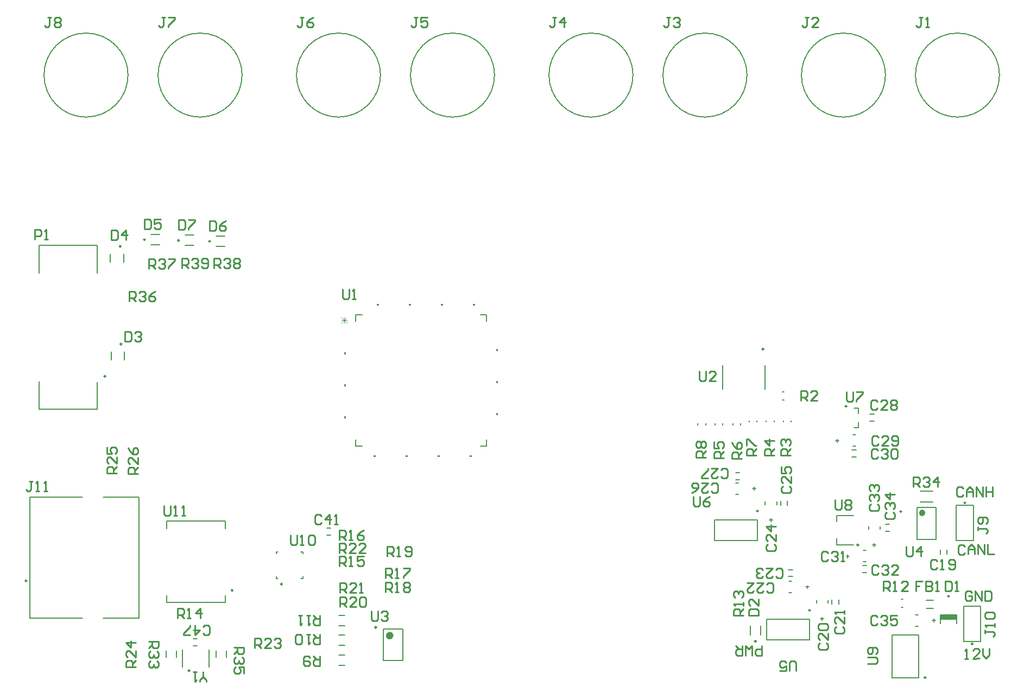
<source format=gto>
G04*
G04 #@! TF.GenerationSoftware,Altium Limited,Altium Designer,24.1.2 (44)*
G04*
G04 Layer_Color=65535*
%FSLAX44Y44*%
%MOMM*%
G71*
G04*
G04 #@! TF.SameCoordinates,0A8073CA-4D69-4BD4-B8E1-8B9189CEBFBB*
G04*
G04*
G04 #@! TF.FilePolarity,Positive*
G04*
G01*
G75*
%ADD10C,0.2500*%
%ADD11C,0.6000*%
%ADD12C,0.1500*%
%ADD13C,0.5000*%
%ADD14C,0.2000*%
%ADD15C,0.1524*%
%ADD16C,0.0762*%
%ADD17C,0.2540*%
%ADD18R,2.6000X0.7778*%
G36*
X757336Y670655D02*
X754796D01*
Y666844D01*
X757336D01*
Y670655D01*
D02*
G37*
G36*
X803835Y609156D02*
X800025D01*
Y606615D01*
X803835D01*
Y609156D01*
D02*
G37*
G36*
X853835D02*
X850025D01*
Y606615D01*
X853835D01*
Y609156D01*
D02*
G37*
G36*
X757336Y720655D02*
X754796D01*
Y716844D01*
X757336D01*
Y720655D01*
D02*
G37*
G36*
Y770655D02*
X754796D01*
Y766844D01*
X757336D01*
Y770655D01*
D02*
G37*
G36*
X808835Y843344D02*
X805025D01*
Y845883D01*
X808835D01*
Y843344D01*
D02*
G37*
G36*
X858835D02*
X855025D01*
Y845883D01*
X858835D01*
Y843344D01*
D02*
G37*
G36*
X903835Y609156D02*
X900025D01*
Y606615D01*
X903835D01*
Y609156D01*
D02*
G37*
G36*
X953835D02*
X950025D01*
Y606615D01*
X953835D01*
Y609156D01*
D02*
G37*
G36*
X991524Y675655D02*
X994064D01*
Y671844D01*
X991524D01*
Y675655D01*
D02*
G37*
G36*
Y725655D02*
X994064D01*
Y721844D01*
X991524D01*
Y725655D01*
D02*
G37*
G36*
X908835Y843344D02*
X905025D01*
Y845883D01*
X908835D01*
Y843344D01*
D02*
G37*
G36*
X958835D02*
X955025D01*
Y845883D01*
X958835D01*
Y843344D01*
D02*
G37*
G36*
X991524Y775655D02*
X994064D01*
Y771844D01*
X991524D01*
Y775655D01*
D02*
G37*
D10*
X407570Y783040D02*
G03*
X407570Y783040I-1250J0D01*
G01*
X406300Y935440D02*
G03*
X406300Y935440I-1250J0D01*
G01*
X1400000Y522760D02*
G03*
X1400000Y522760I-1250J0D01*
G01*
X658040Y408650D02*
G03*
X658040Y408650I-1250J0D01*
G01*
X580790Y398780D02*
G03*
X580790Y398780I-1250J0D01*
G01*
X804830Y341240D02*
G03*
X804830Y341240I-1250J0D01*
G01*
X1408450Y775270D02*
G03*
X1408450Y775270I-1250J0D01*
G01*
X382350Y732790D02*
G03*
X382350Y732790I-1250J0D01*
G01*
X1734800Y315460D02*
G03*
X1734800Y315460I-1250J0D01*
G01*
X1538110Y686020D02*
G03*
X1538110Y686020I-1250J0D01*
G01*
X1396980Y319550D02*
G03*
X1396980Y319550I-1250J0D01*
G01*
X1481280Y367820D02*
G03*
X1481280Y367820I-1250J0D01*
G01*
X1661410Y262910D02*
G03*
X1661410Y262910I-1250J0D01*
G01*
X1697970Y389830D02*
G03*
X1697970Y389830I-1250J0D01*
G01*
X1723370Y535440D02*
G03*
X1723370Y535440I-1250J0D01*
G01*
X1623430Y521970D02*
G03*
X1623430Y521970I-1250J0D01*
G01*
X513650Y273480D02*
G03*
X513650Y273480I-1250J0D01*
G01*
X259450Y413780D02*
G03*
X259450Y413780I-1250J0D01*
G01*
X545590Y943610D02*
G03*
X545590Y943610I-1250J0D01*
G01*
X497330Y944880D02*
G03*
X497330Y944880I-1250J0D01*
G01*
X444110Y946150D02*
G03*
X444110Y946150I-1250J0D01*
G01*
X1556515Y469760D02*
G03*
X1556515Y469760I-1250J0D01*
G01*
D11*
X828330Y328190D02*
G03*
X828330Y328190I-3000J0D01*
G01*
D12*
X988820Y1202690D02*
G03*
X988820Y1202690I-65529J0D01*
G01*
X1776219D02*
G03*
X1776219Y1202690I-65529J0D01*
G01*
X1598419D02*
G03*
X1598419Y1202690I-65529J0D01*
G01*
X1382520D02*
G03*
X1382520Y1202690I-65529J0D01*
G01*
X1204719D02*
G03*
X1204719Y1202690I-65529J0D01*
G01*
X811020D02*
G03*
X811020Y1202690I-65529J0D01*
G01*
X595120D02*
G03*
X595120Y1202690I-65529J0D01*
G01*
X417319D02*
G03*
X417319Y1202690I-65529J0D01*
G01*
D13*
X1658180Y519670D02*
G03*
X1658180Y519670I-2500J0D01*
G01*
D14*
X411570Y758040D02*
Y771040D01*
X391070Y758040D02*
Y771040D01*
X410300Y910440D02*
Y923440D01*
X389800Y910440D02*
Y923440D01*
X1331750Y476760D02*
Y508760D01*
X1398750Y476760D02*
Y508760D01*
X1331750Y476760D02*
X1398750D01*
X1331750Y508760D02*
X1398750D01*
X727265Y484820D02*
X733565D01*
X727265Y495620D02*
X733565D01*
X648790Y417650D02*
Y420400D01*
Y455900D02*
Y458650D01*
X687040D02*
X689790D01*
X648790D02*
X651540D01*
X689790Y417650D02*
Y420400D01*
Y455900D02*
Y458650D01*
X687040Y417650D02*
X689790D01*
X648790D02*
X651540D01*
X477790Y506730D02*
X568690D01*
X477790Y495480D02*
Y506730D01*
X568690Y495480D02*
Y506730D01*
Y379730D02*
Y390980D01*
X477790Y379730D02*
Y390980D01*
Y379730D02*
X568690D01*
X745560Y281560D02*
X755560D01*
X745560Y297560D02*
X755560D01*
X745580Y343790D02*
X755580D01*
X745580Y359790D02*
X755580D01*
X815330Y289190D02*
X845830D01*
X815330Y338190D02*
X845830D01*
Y289190D02*
Y338190D01*
X815330Y289190D02*
Y338190D01*
X1344950Y713020D02*
Y750020D01*
X1410950Y713020D02*
Y750020D01*
X368850Y681090D02*
Y723890D01*
X278850Y681090D02*
Y724390D01*
Y681090D02*
X368850D01*
X278850Y893590D02*
Y936890D01*
X368850Y893590D02*
Y936890D01*
X278850D02*
X368850D01*
X1720200Y319410D02*
X1746900D01*
Y374010D01*
X1720200D02*
X1746900D01*
X1720200Y319410D02*
Y374010D01*
X1683700Y455485D02*
Y461785D01*
X1694500Y455485D02*
Y461785D01*
X1598320Y491170D02*
X1604620D01*
X1598320Y501970D02*
X1604620D01*
X1578650Y469770D02*
X1583650D01*
X1581150Y467270D02*
Y472270D01*
X1572150Y494020D02*
Y498520D01*
X1590150Y494020D02*
Y498520D01*
X1539710Y449620D02*
Y454620D01*
X1537210Y452120D02*
X1542210D01*
X1563960Y461120D02*
X1568460D01*
X1563960Y443120D02*
X1568460D01*
X1562925Y426400D02*
X1569225D01*
X1562925Y437200D02*
X1569225D01*
X1546415Y606740D02*
X1552715D01*
X1546415Y617540D02*
X1552715D01*
X1523200Y629960D02*
Y634960D01*
X1520700Y632460D02*
X1525700D01*
X1547450Y641460D02*
X1551950D01*
X1547450Y623460D02*
X1551950D01*
X1555860Y652520D02*
Y661020D01*
X1549860Y652520D02*
X1555860D01*
Y675020D02*
Y683520D01*
X1549860D02*
X1555860D01*
X1574190Y662620D02*
X1580490D01*
X1574190Y673420D02*
X1580490D01*
X1393320Y555030D02*
Y560030D01*
X1390820Y557530D02*
X1395820D01*
X1364570Y548530D02*
X1369070D01*
X1364570Y566530D02*
X1369070D01*
X1364640Y581980D02*
X1370940D01*
X1364640Y571180D02*
X1370940D01*
X1445580Y531685D02*
Y537985D01*
X1434780Y531685D02*
Y537985D01*
X1417360Y508470D02*
X1422360D01*
X1419860Y505970D02*
Y510970D01*
X1410860Y532720D02*
Y537220D01*
X1428860Y532720D02*
Y537220D01*
X1447190Y431120D02*
X1453490D01*
X1447190Y420320D02*
X1453490D01*
X1476540Y401630D02*
Y406630D01*
X1474040Y404130D02*
X1479040D01*
X1447790Y395130D02*
X1452290D01*
X1447790Y413130D02*
X1452290D01*
X1403730Y329550D02*
Y343550D01*
X1387730Y329550D02*
Y343550D01*
X1525590Y377850D02*
Y384150D01*
X1514790Y377850D02*
Y384150D01*
X1497370Y354800D02*
X1502370D01*
X1499870Y352300D02*
Y357300D01*
X1490870Y379050D02*
Y383550D01*
X1508870Y379050D02*
Y383550D01*
X1413030Y353820D02*
X1480030D01*
X1413030Y321820D02*
X1480030D01*
Y353820D01*
X1413030Y321820D02*
Y353820D01*
X1645240Y360790D02*
X1649740D01*
X1645240Y342790D02*
X1649740D01*
X1671490Y351790D02*
X1676490D01*
X1673990Y349290D02*
Y354290D01*
X1608910Y329410D02*
X1649910D01*
X1608910Y262410D02*
X1649910D01*
X1608910D02*
Y329410D01*
X1649910Y262410D02*
Y329410D01*
X1683720Y346980D02*
Y360330D01*
X1709720D01*
Y346980D02*
Y360330D01*
X1623490Y372210D02*
X1625490D01*
X1623490Y384710D02*
X1625490D01*
X1662260Y383440D02*
X1672760D01*
X1662260Y370940D02*
X1672760D01*
X1438070Y708560D02*
X1440070D01*
X1438070Y696060D02*
X1440070D01*
X1305660Y657020D02*
Y659020D01*
X1318160Y657020D02*
Y659020D01*
X1385670Y661780D02*
Y663780D01*
X1398170Y661780D02*
Y663780D01*
X1360270Y657020D02*
Y659020D01*
X1372770Y657020D02*
Y659020D01*
X1332330Y657020D02*
Y659020D01*
X1344830Y657020D02*
Y659020D01*
X1412340Y661780D02*
Y663780D01*
X1424840Y661780D02*
Y663780D01*
X1439010Y661780D02*
Y663780D01*
X1451510Y661780D02*
Y663780D01*
X745580Y329310D02*
X755580D01*
X745580Y313310D02*
X755580D01*
X1708770Y531490D02*
X1735470D01*
X1708770Y476890D02*
Y531490D01*
Y476890D02*
X1735470D01*
Y531490D01*
X1652369Y553330D02*
X1672491D01*
X1652369Y536330D02*
X1672491D01*
X1647430Y477920D02*
Y527920D01*
Y477920D02*
X1677430D01*
Y527920D01*
X1647430D02*
X1677430D01*
X543650Y279230D02*
Y306230D01*
X502150Y279230D02*
Y306230D01*
X493140Y294730D02*
Y304730D01*
X477140Y294730D02*
Y304730D01*
X554610Y294730D02*
Y304730D01*
X570610Y294730D02*
Y304730D01*
X518985Y312100D02*
X525285D01*
X518985Y322900D02*
X525285D01*
X378200Y543930D02*
X434000D01*
X264500D02*
X346500D01*
X264500Y355230D02*
Y543930D01*
X378200Y355230D02*
X434000D01*
X264500D02*
X346500D01*
X434000D02*
Y543930D01*
X554340Y935610D02*
X568340D01*
X554340Y951610D02*
X568340D01*
X506080Y936880D02*
X520080D01*
X506080Y952880D02*
X520080D01*
X452860Y938150D02*
X466860D01*
X452860Y954150D02*
X466860D01*
X1522765Y505760D02*
Y515760D01*
X1548765D01*
X1522765Y469760D02*
Y479760D01*
Y469760D02*
X1548765D01*
D15*
X976665Y818474D02*
Y828484D01*
X966654Y624015D02*
X976665D01*
X772195D02*
Y634025D01*
Y818474D02*
Y828484D01*
X966654D02*
X976665D01*
Y624015D02*
Y634025D01*
X772195Y624015D02*
X782206D01*
X772195Y828484D02*
X782206D01*
D16*
X750351Y824289D02*
X758815Y815826D01*
X750351D02*
X758815Y824289D01*
X750351Y820057D02*
X758815D01*
X754583Y815826D02*
Y824289D01*
D17*
X1722080Y292139D02*
X1727158Y292219D01*
X1724619Y292179D01*
X1724381Y307412D01*
X1721882Y304834D01*
X1744930Y292496D02*
X1734774Y292338D01*
X1744771Y302652D01*
X1744731Y305191D01*
X1742153Y307690D01*
X1737075Y307611D01*
X1734576Y305032D01*
X1749770Y307809D02*
X1749928Y297654D01*
X1755085Y292655D01*
X1760084Y297812D01*
X1759925Y307968D01*
X1733307Y395162D02*
X1730729Y397662D01*
X1725651Y397582D01*
X1723152Y395004D01*
X1723310Y384848D01*
X1725889Y382349D01*
X1730967Y382428D01*
X1733466Y385007D01*
X1733387Y390085D01*
X1728309Y390005D01*
X1738583Y382547D02*
X1738345Y397781D01*
X1748739Y382706D01*
X1748501Y397939D01*
X1753578Y398019D02*
X1753816Y382785D01*
X1761433Y382904D01*
X1763932Y385483D01*
X1763774Y395638D01*
X1761195Y398138D01*
X1753578Y398019D01*
X1405890Y312420D02*
Y297185D01*
X1398273D01*
X1395733Y299724D01*
Y304802D01*
X1398273Y307342D01*
X1405890D01*
X1390655Y297185D02*
Y312420D01*
X1385577Y307342D01*
X1380498Y312420D01*
Y297185D01*
X1375420Y312420D02*
Y297185D01*
X1367802D01*
X1365263Y299724D01*
Y304802D01*
X1367802Y307342D01*
X1375420D01*
X1370341D02*
X1365263Y312420D01*
X1721877Y467552D02*
X1719299Y470052D01*
X1714221Y469972D01*
X1711722Y467394D01*
X1711880Y457238D01*
X1714459Y454739D01*
X1719537Y454818D01*
X1722036Y457397D01*
X1727153Y454937D02*
X1726995Y465093D01*
X1731993Y470250D01*
X1737150Y465252D01*
X1737309Y455096D01*
X1737190Y462713D01*
X1727034Y462554D01*
X1742386Y455175D02*
X1742148Y470409D01*
X1752542Y455334D01*
X1752304Y470567D01*
X1757382Y470647D02*
X1757620Y455413D01*
X1767775Y455572D01*
X1719577Y557526D02*
X1717038Y560065D01*
X1711959D01*
X1709420Y557526D01*
Y547369D01*
X1711959Y544830D01*
X1717038D01*
X1719577Y547369D01*
X1724655Y544830D02*
Y554987D01*
X1729733Y560065D01*
X1734812Y554987D01*
Y544830D01*
Y552448D01*
X1724655D01*
X1739890Y544830D02*
Y560065D01*
X1750047Y544830D01*
Y560065D01*
X1755125D02*
Y544830D01*
Y552448D01*
X1765282D01*
Y560065D01*
Y544830D01*
X752094Y868675D02*
Y855979D01*
X754633Y853440D01*
X759712D01*
X762251Y855979D01*
Y868675D01*
X767329Y853440D02*
X772407D01*
X769868D01*
Y868675D01*
X767329Y866136D01*
X1586233Y356868D02*
X1583694Y359408D01*
X1578616D01*
X1576077Y356868D01*
Y346712D01*
X1578616Y344173D01*
X1583694D01*
X1586233Y346712D01*
X1591312Y356868D02*
X1593851Y359408D01*
X1598929D01*
X1601468Y356868D01*
Y354329D01*
X1598929Y351790D01*
X1596390D01*
X1598929D01*
X1601468Y349251D01*
Y346712D01*
X1598929Y344173D01*
X1593851D01*
X1591312Y346712D01*
X1616703Y359408D02*
X1606547D01*
Y351790D01*
X1611625Y354329D01*
X1614164D01*
X1616703Y351790D01*
Y346712D01*
X1614164Y344173D01*
X1609086D01*
X1606547Y346712D01*
X1753872Y336553D02*
Y331474D01*
Y334014D01*
X1766568D01*
X1769108Y331474D01*
Y328935D01*
X1766568Y326396D01*
X1769108Y341631D02*
Y346710D01*
Y344170D01*
X1753872D01*
X1756412Y341631D01*
Y354327D02*
X1753872Y356866D01*
Y361945D01*
X1756412Y364484D01*
X1766568D01*
X1769108Y361945D01*
Y356866D01*
X1766568Y354327D01*
X1756412D01*
X539747Y256542D02*
Y259082D01*
X534668Y264160D01*
X529590Y259082D01*
Y256542D01*
X534668Y264160D02*
Y271777D01*
X524512D02*
X519433D01*
X521972D01*
Y256542D01*
X524512Y259082D01*
X473710Y530855D02*
Y518159D01*
X476249Y515620D01*
X481328D01*
X483867Y518159D01*
Y530855D01*
X488945Y515620D02*
X494023D01*
X491484D01*
Y530855D01*
X488945Y528316D01*
X501641Y515620D02*
X506719D01*
X504180D01*
Y530855D01*
X501641Y528316D01*
X670566Y485137D02*
Y472442D01*
X673105Y469902D01*
X678184D01*
X680723Y472442D01*
Y485137D01*
X685801Y469902D02*
X690880D01*
X688340D01*
Y485137D01*
X685801Y482598D01*
X698497D02*
X701036Y485137D01*
X706115D01*
X708654Y482598D01*
Y472442D01*
X706115Y469902D01*
X701036D01*
X698497Y472442D01*
Y482598D01*
X1570992Y284484D02*
X1583688D01*
X1586228Y287023D01*
Y292102D01*
X1583688Y294641D01*
X1570992D01*
X1583688Y299719D02*
X1586228Y302258D01*
Y307337D01*
X1583688Y309876D01*
X1573532D01*
X1570992Y307337D01*
Y302258D01*
X1573532Y299719D01*
X1576071D01*
X1578610Y302258D01*
Y309876D01*
X1519936Y539745D02*
Y527049D01*
X1522475Y524510D01*
X1527554D01*
X1530093Y527049D01*
Y539745D01*
X1535171Y537206D02*
X1537710Y539745D01*
X1542789D01*
X1545328Y537206D01*
Y534667D01*
X1542789Y532127D01*
X1545328Y529588D01*
Y527049D01*
X1542789Y524510D01*
X1537710D01*
X1535171Y527049D01*
Y529588D01*
X1537710Y532127D01*
X1535171Y534667D01*
Y537206D01*
X1537710Y532127D02*
X1542789D01*
X1537974Y708658D02*
Y695962D01*
X1540513Y693422D01*
X1545592D01*
X1548131Y695962D01*
Y708658D01*
X1553209D02*
X1563366D01*
Y706118D01*
X1553209Y695962D01*
Y693422D01*
X1299214Y544827D02*
Y532132D01*
X1301753Y529593D01*
X1306832D01*
X1309371Y532132D01*
Y544827D01*
X1324606D02*
X1319527Y542288D01*
X1314449Y537210D01*
Y532132D01*
X1316988Y529593D01*
X1322067D01*
X1324606Y532132D01*
Y534671D01*
X1322067Y537210D01*
X1314449D01*
X1459226Y273052D02*
Y285748D01*
X1456687Y288288D01*
X1451608D01*
X1449069Y285748D01*
Y273052D01*
X1433834D02*
X1443991D01*
Y280670D01*
X1438913Y278131D01*
X1436373D01*
X1433834Y280670D01*
Y285748D01*
X1436373Y288288D01*
X1441452D01*
X1443991Y285748D01*
X1630684Y467357D02*
Y454662D01*
X1633223Y452122D01*
X1638302D01*
X1640841Y454662D01*
Y467357D01*
X1653537Y452122D02*
Y467357D01*
X1645919Y459740D01*
X1656076D01*
X797052Y366517D02*
Y353821D01*
X799591Y351282D01*
X804669D01*
X807209Y353821D01*
Y366517D01*
X812287Y363978D02*
X814826Y366517D01*
X819905D01*
X822444Y363978D01*
Y361439D01*
X819905Y358899D01*
X817365D01*
X819905D01*
X822444Y356360D01*
Y353821D01*
X819905Y351282D01*
X814826D01*
X812287Y353821D01*
X1308104Y740407D02*
Y727712D01*
X1310643Y725173D01*
X1315722D01*
X1318261Y727712D01*
Y740407D01*
X1333496Y725173D02*
X1323339D01*
X1333496Y735329D01*
Y737868D01*
X1330957Y740407D01*
X1325878D01*
X1323339Y737868D01*
X501657Y901702D02*
Y916937D01*
X509274D01*
X511813Y914398D01*
Y909320D01*
X509274Y906781D01*
X501657D01*
X506735D02*
X511813Y901702D01*
X516892Y914398D02*
X519431Y916937D01*
X524509D01*
X527048Y914398D01*
Y911859D01*
X524509Y909320D01*
X521970D01*
X524509D01*
X527048Y906781D01*
Y904242D01*
X524509Y901702D01*
X519431D01*
X516892Y904242D01*
X532127D02*
X534666Y901702D01*
X539744D01*
X542283Y904242D01*
Y914398D01*
X539744Y916937D01*
X534666D01*
X532127Y914398D01*
Y911859D01*
X534666Y909320D01*
X542283D01*
X551187Y901702D02*
Y916937D01*
X558804D01*
X561343Y914398D01*
Y909320D01*
X558804Y906781D01*
X551187D01*
X556265D02*
X561343Y901702D01*
X566422Y914398D02*
X568961Y916937D01*
X574039D01*
X576578Y914398D01*
Y911859D01*
X574039Y909320D01*
X571500D01*
X574039D01*
X576578Y906781D01*
Y904242D01*
X574039Y901702D01*
X568961D01*
X566422Y904242D01*
X581657Y914398D02*
X584196Y916937D01*
X589274D01*
X591813Y914398D01*
Y911859D01*
X589274Y909320D01*
X591813Y906781D01*
Y904242D01*
X589274Y901702D01*
X584196D01*
X581657Y904242D01*
Y906781D01*
X584196Y909320D01*
X581657Y911859D01*
Y914398D01*
X584196Y909320D02*
X589274D01*
X449587Y900433D02*
Y915667D01*
X457204D01*
X459743Y913128D01*
Y908050D01*
X457204Y905511D01*
X449587D01*
X454665D02*
X459743Y900433D01*
X464822Y913128D02*
X467361Y915667D01*
X472439D01*
X474978Y913128D01*
Y910589D01*
X472439Y908050D01*
X469900D01*
X472439D01*
X474978Y905511D01*
Y902972D01*
X472439Y900433D01*
X467361D01*
X464822Y902972D01*
X480057Y915667D02*
X490213D01*
Y913128D01*
X480057Y902972D01*
Y900433D01*
X419107Y849632D02*
Y864867D01*
X426724D01*
X429263Y862328D01*
Y857250D01*
X426724Y854711D01*
X419107D01*
X424185D02*
X429263Y849632D01*
X434342Y862328D02*
X436881Y864867D01*
X441959D01*
X444498Y862328D01*
Y859789D01*
X441959Y857250D01*
X439420D01*
X441959D01*
X444498Y854711D01*
Y852172D01*
X441959Y849632D01*
X436881D01*
X434342Y852172D01*
X459733Y864867D02*
X454655Y862328D01*
X449577Y857250D01*
Y852172D01*
X452116Y849632D01*
X457194D01*
X459733Y852172D01*
Y854711D01*
X457194Y857250D01*
X449577D01*
X582933Y309874D02*
X598168Y309873D01*
X598168Y302256D01*
X595629Y299717D01*
X590550Y299717D01*
X588011Y302256D01*
X588011Y309873D01*
X588011Y304795D02*
X582933Y299717D01*
X595628Y294638D02*
X598168Y292099D01*
X598167Y287021D01*
X595628Y284482D01*
X593089Y284482D01*
X590550Y287021D01*
X590550Y289560D01*
X590550Y287021D01*
X588011Y284482D01*
X585472Y284482D01*
X582932Y287021D01*
X582933Y292099D01*
X585472Y294638D01*
X598167Y269247D02*
X598167Y279403D01*
X590550Y279403D01*
X593089Y274325D01*
X593089Y271786D01*
X590550Y269247D01*
X585471Y269247D01*
X582932Y271786D01*
X582932Y276864D01*
X585472Y279403D01*
X1642158Y559962D02*
X1642075Y575197D01*
X1649693Y575238D01*
X1652246Y572713D01*
X1652274Y567635D01*
X1649748Y565082D01*
X1642131Y565040D01*
X1647209Y565068D02*
X1652315Y560017D01*
X1657324Y572741D02*
X1659849Y575294D01*
X1664928Y575321D01*
X1667481Y572796D01*
X1667494Y570257D01*
X1664969Y567704D01*
X1662430Y567690D01*
X1664969Y567704D01*
X1667522Y565178D01*
X1667536Y562639D01*
X1665011Y560086D01*
X1659932Y560059D01*
X1657379Y562584D01*
X1680246Y560169D02*
X1680162Y575404D01*
X1672587Y567745D01*
X1682743Y567801D01*
X449488Y318728D02*
X464723Y318799D01*
X464759Y311181D01*
X462231Y308630D01*
X457153Y308607D01*
X454602Y311134D01*
X454567Y318751D01*
X454590Y313673D02*
X449535Y308571D01*
X462255Y303552D02*
X464806Y301024D01*
X464829Y295946D01*
X462302Y293395D01*
X459763Y293383D01*
X457212Y295911D01*
X457200Y298450D01*
X457212Y295911D01*
X454684Y293360D01*
X452145Y293348D01*
X449594Y295875D01*
X449571Y300954D01*
X452098Y303505D01*
X462325Y288317D02*
X464876Y285790D01*
X464900Y280711D01*
X462373Y278160D01*
X459833Y278148D01*
X457282Y280676D01*
X457271Y283215D01*
X457282Y280676D01*
X454755Y278125D01*
X452216Y278113D01*
X449665Y280641D01*
X449641Y285719D01*
X452169Y288270D01*
X433068Y580397D02*
X417832D01*
Y588014D01*
X420372Y590553D01*
X425450D01*
X427989Y588014D01*
Y580397D01*
Y585475D02*
X433068Y590553D01*
Y605788D02*
Y595632D01*
X422911Y605788D01*
X420372D01*
X417832Y603249D01*
Y598171D01*
X420372Y595632D01*
X417832Y621023D02*
X420372Y615945D01*
X425450Y610867D01*
X430528D01*
X433068Y613406D01*
Y618484D01*
X430528Y621023D01*
X427989D01*
X425450Y618484D01*
Y610867D01*
X400047Y581667D02*
X384812D01*
Y589284D01*
X387352Y591823D01*
X392430D01*
X394969Y589284D01*
Y581667D01*
Y586745D02*
X400047Y591823D01*
Y607058D02*
Y596902D01*
X389891Y607058D01*
X387352D01*
X384812Y604519D01*
Y599441D01*
X387352Y596902D01*
X384812Y622293D02*
Y612137D01*
X392430D01*
X389891Y617215D01*
Y619754D01*
X392430Y622293D01*
X397508D01*
X400047Y619754D01*
Y614676D01*
X397508Y612137D01*
X429258Y279407D02*
X414022D01*
Y287024D01*
X416562Y289563D01*
X421640D01*
X424179Y287024D01*
Y279407D01*
Y284485D02*
X429258Y289563D01*
Y304798D02*
Y294642D01*
X419101Y304798D01*
X416562D01*
X414022Y302259D01*
Y297181D01*
X416562Y294642D01*
X429258Y317494D02*
X414022D01*
X421640Y309877D01*
Y320033D01*
X614687Y308612D02*
Y323848D01*
X622304D01*
X624843Y321308D01*
Y316230D01*
X622304Y313691D01*
X614687D01*
X619765D02*
X624843Y308612D01*
X640078D02*
X629922D01*
X640078Y318769D01*
Y321308D01*
X637539Y323848D01*
X632461D01*
X629922Y321308D01*
X645157D02*
X647696Y323848D01*
X652774D01*
X655313Y321308D01*
Y318769D01*
X652774Y316230D01*
X650235D01*
X652774D01*
X655313Y313691D01*
Y311152D01*
X652774Y308612D01*
X647696D01*
X645157Y311152D01*
X746767Y457202D02*
Y472438D01*
X754384D01*
X756923Y469898D01*
Y464820D01*
X754384Y462281D01*
X746767D01*
X751845D02*
X756923Y457202D01*
X772158D02*
X762002D01*
X772158Y467359D01*
Y469898D01*
X769619Y472438D01*
X764541D01*
X762002Y469898D01*
X787393Y457202D02*
X777237D01*
X787393Y467359D01*
Y469898D01*
X784854Y472438D01*
X779776D01*
X777237Y469898D01*
X747686Y394972D02*
Y410207D01*
X755303D01*
X757842Y407668D01*
Y402590D01*
X755303Y400051D01*
X747686D01*
X752764D02*
X757842Y394972D01*
X773078D02*
X762921D01*
X773078Y405129D01*
Y407668D01*
X770538Y410207D01*
X765460D01*
X762921Y407668D01*
X778156Y394972D02*
X783234D01*
X780695D01*
Y410207D01*
X778156Y407668D01*
X747687Y373382D02*
Y388618D01*
X755304D01*
X757843Y386078D01*
Y381000D01*
X755304Y378461D01*
X747687D01*
X752765D02*
X757843Y373382D01*
X773078D02*
X762922D01*
X773078Y383539D01*
Y386078D01*
X770539Y388618D01*
X765461D01*
X762922Y386078D01*
X778157D02*
X780696Y388618D01*
X785774D01*
X788314Y386078D01*
Y375922D01*
X785774Y373382D01*
X780696D01*
X778157Y375922D01*
Y386078D01*
X821696Y452122D02*
Y467357D01*
X829314D01*
X831853Y464818D01*
Y459740D01*
X829314Y457201D01*
X821696D01*
X826775D02*
X831853Y452122D01*
X836931D02*
X842010D01*
X839470D01*
Y467357D01*
X836931Y464818D01*
X849627Y454662D02*
X852166Y452122D01*
X857245D01*
X859784Y454662D01*
Y464818D01*
X857245Y467357D01*
X852166D01*
X849627Y464818D01*
Y462279D01*
X852166Y459740D01*
X859784D01*
X819156Y396242D02*
Y411478D01*
X826774D01*
X829313Y408938D01*
Y403860D01*
X826774Y401321D01*
X819156D01*
X824234D02*
X829313Y396242D01*
X834391D02*
X839470D01*
X836930D01*
Y411478D01*
X834391Y408938D01*
X847087D02*
X849626Y411478D01*
X854705D01*
X857244Y408938D01*
Y406399D01*
X854705Y403860D01*
X857244Y401321D01*
Y398782D01*
X854705Y396242D01*
X849626D01*
X847087Y398782D01*
Y401321D01*
X849626Y403860D01*
X847087Y406399D01*
Y408938D01*
X849626Y403860D02*
X854705D01*
X819156Y417832D02*
Y433068D01*
X826774D01*
X829313Y430528D01*
Y425450D01*
X826774Y422911D01*
X819156D01*
X824234D02*
X829313Y417832D01*
X834391D02*
X839470D01*
X836930D01*
Y433068D01*
X834391Y430528D01*
X847087Y433068D02*
X857244D01*
Y430528D01*
X847087Y420372D01*
Y417832D01*
X746766Y477523D02*
Y492757D01*
X754384D01*
X756923Y490218D01*
Y485140D01*
X754384Y482601D01*
X746766D01*
X751844D02*
X756923Y477523D01*
X762001D02*
X767080D01*
X764540D01*
Y492757D01*
X762001Y490218D01*
X784854Y492757D02*
X779775Y490218D01*
X774697Y485140D01*
Y480062D01*
X777236Y477523D01*
X782315D01*
X784854Y480062D01*
Y482601D01*
X782315Y485140D01*
X774697D01*
X746766Y436883D02*
Y452118D01*
X754384D01*
X756923Y449578D01*
Y444500D01*
X754384Y441961D01*
X746766D01*
X751844D02*
X756923Y436883D01*
X762001D02*
X767080D01*
X764540D01*
Y452118D01*
X762001Y449578D01*
X784854Y452118D02*
X774697D01*
Y444500D01*
X779775Y447039D01*
X782315D01*
X784854Y444500D01*
Y439422D01*
X782315Y436883D01*
X777236D01*
X774697Y439422D01*
X494386Y355602D02*
Y370838D01*
X502004D01*
X504543Y368298D01*
Y363220D01*
X502004Y360681D01*
X494386D01*
X499464D02*
X504543Y355602D01*
X509621D02*
X514700D01*
X512160D01*
Y370838D01*
X509621Y368298D01*
X529935Y355602D02*
Y370838D01*
X522317Y363220D01*
X532474D01*
X1376678Y359416D02*
X1361442D01*
Y367034D01*
X1363982Y369573D01*
X1369060D01*
X1371599Y367034D01*
Y359416D01*
Y364495D02*
X1376678Y369573D01*
Y374651D02*
Y379730D01*
Y377190D01*
X1361442D01*
X1363982Y374651D01*
Y387347D02*
X1361442Y389886D01*
Y394965D01*
X1363982Y397504D01*
X1366521D01*
X1369060Y394965D01*
Y392425D01*
Y394965D01*
X1371599Y397504D01*
X1374138D01*
X1376678Y394965D01*
Y389886D01*
X1374138Y387347D01*
X1595126Y397513D02*
Y412747D01*
X1602744D01*
X1605283Y410208D01*
Y405130D01*
X1602744Y402591D01*
X1595126D01*
X1600204D02*
X1605283Y397513D01*
X1610361D02*
X1615440D01*
X1612900D01*
Y412747D01*
X1610361Y410208D01*
X1633214Y397513D02*
X1623057D01*
X1633214Y407669D01*
Y410208D01*
X1630675Y412747D01*
X1625596D01*
X1623057Y410208D01*
X716275Y359408D02*
Y344172D01*
X708657D01*
X706118Y346712D01*
Y351790D01*
X708657Y354329D01*
X716275D01*
X711196D02*
X706118Y359408D01*
X701040D02*
X695961D01*
X698500D01*
Y344172D01*
X701040Y346712D01*
X688344Y359408D02*
X683265D01*
X685805D01*
Y344172D01*
X688344Y346712D01*
X716274Y330197D02*
Y314962D01*
X708656D01*
X706117Y317502D01*
Y322580D01*
X708656Y325119D01*
X716274D01*
X711196D02*
X706117Y330197D01*
X701039D02*
X695960D01*
X698500D01*
Y314962D01*
X701039Y317502D01*
X688343D02*
X685804Y314962D01*
X680725D01*
X678186Y317502D01*
Y327658D01*
X680725Y330197D01*
X685804D01*
X688343Y327658D01*
Y317502D01*
X716276Y295907D02*
Y280672D01*
X708658D01*
X706119Y283212D01*
Y288290D01*
X708658Y290829D01*
X716276D01*
X711198D02*
X706119Y295907D01*
X701041Y293368D02*
X698502Y295907D01*
X693423D01*
X690884Y293368D01*
Y283212D01*
X693423Y280672D01*
X698502D01*
X701041Y283212D01*
Y285751D01*
X698502Y288290D01*
X690884D01*
X1318257Y605794D02*
X1303022D01*
Y613412D01*
X1305562Y615951D01*
X1310640D01*
X1313179Y613412D01*
Y605794D01*
Y610872D02*
X1318257Y615951D01*
X1305562Y621029D02*
X1303022Y623568D01*
Y628647D01*
X1305562Y631186D01*
X1308101D01*
X1310640Y628647D01*
X1313179Y631186D01*
X1315718D01*
X1318257Y628647D01*
Y623568D01*
X1315718Y621029D01*
X1313179D01*
X1310640Y623568D01*
X1308101Y621029D01*
X1305562D01*
X1310640Y623568D02*
Y628647D01*
X1396998Y609604D02*
X1381763D01*
Y617222D01*
X1384302Y619761D01*
X1389380D01*
X1391919Y617222D01*
Y609604D01*
Y614683D02*
X1396998Y619761D01*
X1381763Y624839D02*
Y634996D01*
X1384302D01*
X1394458Y624839D01*
X1396998D01*
X1374137Y604524D02*
X1358902Y604524D01*
X1358902Y612142D01*
X1361442Y614681D01*
X1366520Y614681D01*
X1369059Y612142D01*
X1369059Y604524D01*
X1369059Y609602D02*
X1374138Y614681D01*
X1358903Y629916D02*
X1361442Y624838D01*
X1366520Y619759D01*
X1371598Y619759D01*
X1374138Y622298D01*
X1374138Y627377D01*
X1371599Y629916D01*
X1369059Y629916D01*
X1366520Y627377D01*
X1366520Y619759D01*
X1346198Y604844D02*
X1330963D01*
Y612462D01*
X1333502Y615001D01*
X1338580D01*
X1341119Y612462D01*
Y604844D01*
Y609922D02*
X1346198Y615001D01*
X1330963Y630236D02*
Y620079D01*
X1338580D01*
X1336041Y625158D01*
Y627697D01*
X1338580Y630236D01*
X1343658D01*
X1346198Y627697D01*
Y622618D01*
X1343658Y620079D01*
X1424937Y609444D02*
X1409702Y609444D01*
X1409702Y617062D01*
X1412242Y619601D01*
X1417320Y619601D01*
X1419859Y617062D01*
X1419859Y609444D01*
X1419859Y614522D02*
X1424937Y619601D01*
X1424938Y632297D02*
X1409703Y632297D01*
X1417320Y624679D01*
X1417320Y634836D01*
X1450338Y609444D02*
X1435103D01*
Y617062D01*
X1437642Y619601D01*
X1442720D01*
X1445259Y617062D01*
Y609444D01*
Y614523D02*
X1450338Y619601D01*
X1437642Y624679D02*
X1435103Y627218D01*
Y632297D01*
X1437642Y634836D01*
X1440181D01*
X1442720Y632297D01*
Y629757D01*
Y632297D01*
X1445259Y634836D01*
X1447798D01*
X1450338Y632297D01*
Y627218D01*
X1447798Y624679D01*
X1466854Y694693D02*
Y709928D01*
X1474472D01*
X1477011Y707388D01*
Y702310D01*
X1474472Y699771D01*
X1466854D01*
X1471933D02*
X1477011Y694693D01*
X1492246D02*
X1482089D01*
X1492246Y704849D01*
Y707388D01*
X1489707Y709928D01*
X1484628D01*
X1482089Y707388D01*
X271526Y946658D02*
Y961893D01*
X279144D01*
X281683Y959354D01*
Y954276D01*
X279144Y951736D01*
X271526D01*
X286761Y946658D02*
X291839D01*
X289300D01*
Y961893D01*
X286761Y959354D01*
X268475Y568701D02*
X263396D01*
X265935D01*
Y556005D01*
X263396Y553466D01*
X260857D01*
X258318Y556005D01*
X273553Y553466D02*
X278631D01*
X276092D01*
Y568701D01*
X273553Y566162D01*
X286249Y553466D02*
X291327D01*
X288788D01*
Y568701D01*
X286249Y566162D01*
X1742449Y497820D02*
X1742463Y492742D01*
X1742456Y495281D01*
X1755152Y495315D01*
X1757698Y492783D01*
X1757705Y490244D01*
X1755173Y487698D01*
X1755131Y502933D02*
X1757664Y505479D01*
X1757650Y510557D01*
X1755104Y513090D01*
X1744947Y513062D01*
X1742415Y510516D01*
X1742429Y505438D01*
X1744975Y502905D01*
X1747514Y502912D01*
X1750046Y505458D01*
X1750026Y513076D01*
X296923Y1293109D02*
X291844D01*
X294384D01*
Y1280413D01*
X291844Y1277874D01*
X289305D01*
X286766Y1280413D01*
X302001Y1290570D02*
X304540Y1293109D01*
X309619D01*
X312158Y1290570D01*
Y1288031D01*
X309619Y1285491D01*
X312158Y1282952D01*
Y1280413D01*
X309619Y1277874D01*
X304540D01*
X302001Y1280413D01*
Y1282952D01*
X304540Y1285491D01*
X302001Y1288031D01*
Y1290570D01*
X304540Y1285491D02*
X309619D01*
X474723Y1293109D02*
X469644D01*
X472183D01*
Y1280413D01*
X469644Y1277874D01*
X467105D01*
X464566Y1280413D01*
X479801Y1293109D02*
X489958D01*
Y1290570D01*
X479801Y1280413D01*
Y1277874D01*
X690623Y1293109D02*
X685544D01*
X688083D01*
Y1280413D01*
X685544Y1277874D01*
X683005D01*
X680466Y1280413D01*
X705858Y1293109D02*
X700779Y1290570D01*
X695701Y1285491D01*
Y1280413D01*
X698240Y1277874D01*
X703319D01*
X705858Y1280413D01*
Y1282952D01*
X703319Y1285491D01*
X695701D01*
X868423Y1293109D02*
X863344D01*
X865883D01*
Y1280413D01*
X863344Y1277874D01*
X860805D01*
X858266Y1280413D01*
X883658Y1293109D02*
X873501D01*
Y1285491D01*
X878579Y1288031D01*
X881119D01*
X883658Y1285491D01*
Y1280413D01*
X881119Y1277874D01*
X876040D01*
X873501Y1280413D01*
X1084323Y1293109D02*
X1079244D01*
X1081784D01*
Y1280413D01*
X1079244Y1277874D01*
X1076705D01*
X1074166Y1280413D01*
X1097019Y1277874D02*
Y1293109D01*
X1089401Y1285491D01*
X1099558D01*
X1262123Y1293109D02*
X1257044D01*
X1259584D01*
Y1280413D01*
X1257044Y1277874D01*
X1254505D01*
X1251966Y1280413D01*
X1267201Y1290570D02*
X1269740Y1293109D01*
X1274819D01*
X1277358Y1290570D01*
Y1288031D01*
X1274819Y1285491D01*
X1272279D01*
X1274819D01*
X1277358Y1282952D01*
Y1280413D01*
X1274819Y1277874D01*
X1269740D01*
X1267201Y1280413D01*
X1478023Y1293109D02*
X1472944D01*
X1475484D01*
Y1280413D01*
X1472944Y1277874D01*
X1470405D01*
X1467866Y1280413D01*
X1493258Y1277874D02*
X1483101D01*
X1493258Y1288031D01*
Y1290570D01*
X1490719Y1293109D01*
X1485640D01*
X1483101Y1290570D01*
X1655823Y1293109D02*
X1650744D01*
X1653284D01*
Y1280413D01*
X1650744Y1277874D01*
X1648205D01*
X1645666Y1280413D01*
X1660901Y1277874D02*
X1665979D01*
X1663440D01*
Y1293109D01*
X1660901Y1290570D01*
X1656082Y412747D02*
X1645926D01*
Y405130D01*
X1651004D01*
X1645926D01*
Y397513D01*
X1661161Y412747D02*
Y397513D01*
X1668778D01*
X1671318Y400052D01*
Y402591D01*
X1668778Y405130D01*
X1661161D01*
X1668778D01*
X1671318Y407669D01*
Y410208D01*
X1668778Y412747D01*
X1661161D01*
X1676396Y397513D02*
X1681474D01*
X1678935D01*
Y412747D01*
X1676396Y410208D01*
X496062Y976625D02*
Y961390D01*
X503680D01*
X506219Y963929D01*
Y974086D01*
X503680Y976625D01*
X496062D01*
X511297D02*
X521454D01*
Y974086D01*
X511297Y963929D01*
Y961390D01*
X544322Y975355D02*
Y960120D01*
X551940D01*
X554479Y962659D01*
Y972816D01*
X551940Y975355D01*
X544322D01*
X569714D02*
X564635Y972816D01*
X559557Y967738D01*
Y962659D01*
X562096Y960120D01*
X567175D01*
X569714Y962659D01*
Y965198D01*
X567175Y967738D01*
X559557D01*
X442976Y977895D02*
Y962660D01*
X450593D01*
X453133Y965199D01*
Y975356D01*
X450593Y977895D01*
X442976D01*
X468368D02*
X458211D01*
Y970277D01*
X463289Y972817D01*
X465829D01*
X468368Y970277D01*
Y965199D01*
X465829Y962660D01*
X460750D01*
X458211Y965199D01*
X391414Y960877D02*
Y945642D01*
X399031D01*
X401571Y948181D01*
Y958338D01*
X399031Y960877D01*
X391414D01*
X414267Y945642D02*
Y960877D01*
X406649Y953260D01*
X416806D01*
X412754Y802637D02*
Y787402D01*
X420372D01*
X422911Y789942D01*
Y800098D01*
X420372Y802637D01*
X412754D01*
X427989Y800098D02*
X430528Y802637D01*
X435607D01*
X438146Y800098D01*
Y797559D01*
X435607Y795020D01*
X433068D01*
X435607D01*
X438146Y792481D01*
Y789942D01*
X435607Y787402D01*
X430528D01*
X427989Y789942D01*
X1385573Y359414D02*
X1400807D01*
Y367032D01*
X1398268Y369571D01*
X1388112D01*
X1385573Y367032D01*
Y359414D01*
X1400807Y384806D02*
Y374649D01*
X1390651Y384806D01*
X1388112D01*
X1385573Y382267D01*
Y377188D01*
X1388112Y374649D01*
X1691643Y412747D02*
Y397513D01*
X1699261D01*
X1701800Y400052D01*
Y410208D01*
X1699261Y412747D01*
X1691643D01*
X1706878Y397513D02*
X1711957D01*
X1709418D01*
Y412747D01*
X1706878Y410208D01*
X534667Y331471D02*
X537206Y328932D01*
X542284Y328932D01*
X544823Y331471D01*
X544823Y341628D01*
X542284Y344167D01*
X537206Y344167D01*
X534667Y341628D01*
X521971Y344168D02*
X521971Y328932D01*
X529588Y336550D01*
X519432Y336550D01*
X514353Y328932D02*
X504197Y328933D01*
X504197Y331472D01*
X514353Y341628D01*
X514353Y344168D01*
X718822Y514348D02*
X716283Y516888D01*
X711205D01*
X708666Y514348D01*
Y504192D01*
X711205Y501652D01*
X716283D01*
X718822Y504192D01*
X731518Y501652D02*
Y516888D01*
X723901Y509270D01*
X734058D01*
X739136Y501652D02*
X744214D01*
X741675D01*
Y516888D01*
X739136Y514348D01*
X1600202Y520703D02*
X1597663Y518164D01*
Y513086D01*
X1600202Y510547D01*
X1610358D01*
X1612897Y513086D01*
Y518164D01*
X1610358Y520703D01*
X1600202Y525782D02*
X1597663Y528321D01*
Y533399D01*
X1600202Y535938D01*
X1602741D01*
X1605280Y533399D01*
Y530860D01*
Y533399D01*
X1607819Y535938D01*
X1610358D01*
X1612897Y533399D01*
Y528321D01*
X1610358Y525782D01*
X1612897Y548634D02*
X1597663D01*
X1605280Y541017D01*
Y551173D01*
X1576072Y533403D02*
X1573533Y530864D01*
Y525786D01*
X1576072Y523247D01*
X1586228D01*
X1588768Y525786D01*
Y530864D01*
X1586228Y533403D01*
X1576072Y538482D02*
X1573533Y541021D01*
Y546099D01*
X1576072Y548638D01*
X1578611D01*
X1581150Y546099D01*
Y543560D01*
Y546099D01*
X1583689Y548638D01*
X1586228D01*
X1588768Y546099D01*
Y541021D01*
X1586228Y538482D01*
X1576072Y553717D02*
X1573533Y556256D01*
Y561334D01*
X1576072Y563873D01*
X1578611D01*
X1581150Y561334D01*
Y558795D01*
Y561334D01*
X1583689Y563873D01*
X1586228D01*
X1588768Y561334D01*
Y556256D01*
X1586228Y553717D01*
X1587503Y435608D02*
X1584964Y438148D01*
X1579886D01*
X1577347Y435608D01*
Y425452D01*
X1579886Y422912D01*
X1584964D01*
X1587503Y425452D01*
X1592582Y435608D02*
X1595121Y438148D01*
X1600199D01*
X1602738Y435608D01*
Y433069D01*
X1600199Y430530D01*
X1597660D01*
X1600199D01*
X1602738Y427991D01*
Y425452D01*
X1600199Y422912D01*
X1595121D01*
X1592582Y425452D01*
X1617973Y422912D02*
X1607817D01*
X1617973Y433069D01*
Y435608D01*
X1615434Y438148D01*
X1610356D01*
X1607817Y435608D01*
X1508763Y457198D02*
X1506223Y459738D01*
X1501145D01*
X1498606Y457198D01*
Y447042D01*
X1501145Y444502D01*
X1506223D01*
X1508763Y447042D01*
X1513841Y457198D02*
X1516380Y459738D01*
X1521458D01*
X1523998Y457198D01*
Y454659D01*
X1521458Y452120D01*
X1518919D01*
X1521458D01*
X1523998Y449581D01*
Y447042D01*
X1521458Y444502D01*
X1516380D01*
X1513841Y447042D01*
X1529076Y444502D02*
X1534154D01*
X1531615D01*
Y459738D01*
X1529076Y457198D01*
X1586563Y617218D02*
X1584024Y619757D01*
X1578946D01*
X1576407Y617218D01*
Y607062D01*
X1578946Y604523D01*
X1584024D01*
X1586563Y607062D01*
X1591642Y617218D02*
X1594181Y619757D01*
X1599259D01*
X1601798Y617218D01*
Y614679D01*
X1599259Y612140D01*
X1596720D01*
X1599259D01*
X1601798Y609601D01*
Y607062D01*
X1599259Y604523D01*
X1594181D01*
X1591642Y607062D01*
X1606877Y617218D02*
X1609416Y619757D01*
X1614494D01*
X1617033Y617218D01*
Y607062D01*
X1614494Y604523D01*
X1609416D01*
X1606877Y607062D01*
Y617218D01*
X1587503Y637538D02*
X1584964Y640078D01*
X1579886D01*
X1577347Y637538D01*
Y627382D01*
X1579886Y624842D01*
X1584964D01*
X1587503Y627382D01*
X1602738Y624842D02*
X1592582D01*
X1602738Y634999D01*
Y637538D01*
X1600199Y640078D01*
X1595121D01*
X1592582Y637538D01*
X1607817Y627382D02*
X1610356Y624842D01*
X1615434D01*
X1617973Y627382D01*
Y637538D01*
X1615434Y640078D01*
X1610356D01*
X1607817Y637538D01*
Y634999D01*
X1610356Y632460D01*
X1617973D01*
X1586233Y693418D02*
X1583694Y695957D01*
X1578616D01*
X1576077Y693418D01*
Y683262D01*
X1578616Y680723D01*
X1583694D01*
X1586233Y683262D01*
X1601468Y680723D02*
X1591312D01*
X1601468Y690879D01*
Y693418D01*
X1598929Y695957D01*
X1593851D01*
X1591312Y693418D01*
X1606547D02*
X1609086Y695957D01*
X1614164D01*
X1616703Y693418D01*
Y690879D01*
X1614164Y688340D01*
X1616703Y685801D01*
Y683262D01*
X1614164Y680723D01*
X1609086D01*
X1606547Y683262D01*
Y685801D01*
X1609086Y688340D01*
X1606547Y690879D01*
Y693418D01*
X1609086Y688340D02*
X1614164D01*
X1342387Y576582D02*
X1344926Y574042D01*
X1350004D01*
X1352543Y576582D01*
Y586738D01*
X1350004Y589277D01*
X1344926D01*
X1342387Y586738D01*
X1327152Y589277D02*
X1337308D01*
X1327152Y579121D01*
Y576582D01*
X1329691Y574042D01*
X1334769D01*
X1337308Y576582D01*
X1322073Y574042D02*
X1311917D01*
Y576582D01*
X1322073Y586738D01*
Y589277D01*
X1327147Y553722D02*
X1329686Y551182D01*
X1334764D01*
X1337303Y553722D01*
Y563878D01*
X1334764Y566418D01*
X1329686D01*
X1327147Y563878D01*
X1311912Y566418D02*
X1322068D01*
X1311912Y556261D01*
Y553722D01*
X1314451Y551182D01*
X1319529D01*
X1322068Y553722D01*
X1296677Y551182D02*
X1301755Y553722D01*
X1306833Y558800D01*
Y563878D01*
X1304294Y566418D01*
X1299216D01*
X1296677Y563878D01*
Y561339D01*
X1299216Y558800D01*
X1306833D01*
X1438912Y561343D02*
X1436373Y558804D01*
Y553726D01*
X1438912Y551187D01*
X1449068D01*
X1451608Y553726D01*
Y558804D01*
X1449068Y561343D01*
X1451608Y576578D02*
Y566422D01*
X1441451Y576578D01*
X1438912D01*
X1436373Y574039D01*
Y568961D01*
X1438912Y566422D01*
X1436373Y591813D02*
Y581657D01*
X1443990D01*
X1441451Y586735D01*
Y589274D01*
X1443990Y591813D01*
X1449068D01*
X1451608Y589274D01*
Y584196D01*
X1449068Y581657D01*
X1414782Y470503D02*
X1412242Y467964D01*
Y462886D01*
X1414782Y460347D01*
X1424938D01*
X1427478Y462886D01*
Y467964D01*
X1424938Y470503D01*
X1427478Y485738D02*
Y475582D01*
X1417321Y485738D01*
X1414782D01*
X1412242Y483199D01*
Y478121D01*
X1414782Y475582D01*
X1427478Y498434D02*
X1412242D01*
X1419860Y490817D01*
Y500973D01*
X1427477Y420642D02*
X1430016Y418102D01*
X1435094D01*
X1437633Y420642D01*
Y430798D01*
X1435094Y433338D01*
X1430016D01*
X1427477Y430798D01*
X1412242Y433338D02*
X1422398D01*
X1412242Y423181D01*
Y420642D01*
X1414781Y418102D01*
X1419859D01*
X1422398Y420642D01*
X1407163D02*
X1404624Y418102D01*
X1399546D01*
X1397007Y420642D01*
Y423181D01*
X1399546Y425720D01*
X1402085D01*
X1399546D01*
X1397007Y428259D01*
Y430798D01*
X1399546Y433338D01*
X1404624D01*
X1407163Y430798D01*
X1413507Y397782D02*
X1416046Y395242D01*
X1421124D01*
X1423663Y397782D01*
Y407938D01*
X1421124Y410477D01*
X1416046D01*
X1413507Y407938D01*
X1398272Y410477D02*
X1408428D01*
X1398272Y400321D01*
Y397782D01*
X1400811Y395242D01*
X1405889D01*
X1408428Y397782D01*
X1383037Y410477D02*
X1393193D01*
X1383037Y400321D01*
Y397782D01*
X1385576Y395242D01*
X1390654D01*
X1393193Y397782D01*
X1521462Y341632D02*
X1518922Y339093D01*
Y334015D01*
X1521462Y331476D01*
X1531618D01*
X1534158Y334015D01*
Y339093D01*
X1531618Y341632D01*
X1534158Y356868D02*
Y346711D01*
X1524001Y356868D01*
X1521462D01*
X1518922Y354328D01*
Y349250D01*
X1521462Y346711D01*
X1534158Y361946D02*
Y367024D01*
Y364485D01*
X1518922D01*
X1521462Y361946D01*
X1496062Y316233D02*
X1493522Y313694D01*
Y308616D01*
X1496062Y306077D01*
X1506218D01*
X1508757Y308616D01*
Y313694D01*
X1506218Y316233D01*
X1508757Y331468D02*
Y321312D01*
X1498601Y331468D01*
X1496062D01*
X1493522Y328929D01*
Y323851D01*
X1496062Y321312D01*
Y336547D02*
X1493522Y339086D01*
Y344164D01*
X1496062Y346703D01*
X1506218D01*
X1508757Y344164D01*
Y339086D01*
X1506218Y336547D01*
X1496062D01*
X1678943Y444498D02*
X1676404Y447038D01*
X1671325D01*
X1668786Y444498D01*
Y434342D01*
X1671325Y431802D01*
X1676404D01*
X1678943Y434342D01*
X1684021Y431802D02*
X1689100D01*
X1686560D01*
Y447038D01*
X1684021Y444498D01*
X1696717Y434342D02*
X1699256Y431802D01*
X1704335D01*
X1706874Y434342D01*
Y444498D01*
X1704335Y447038D01*
X1699256D01*
X1696717Y444498D01*
Y441959D01*
X1699256Y439420D01*
X1706874D01*
D18*
X1696703Y356419D02*
D03*
M02*

</source>
